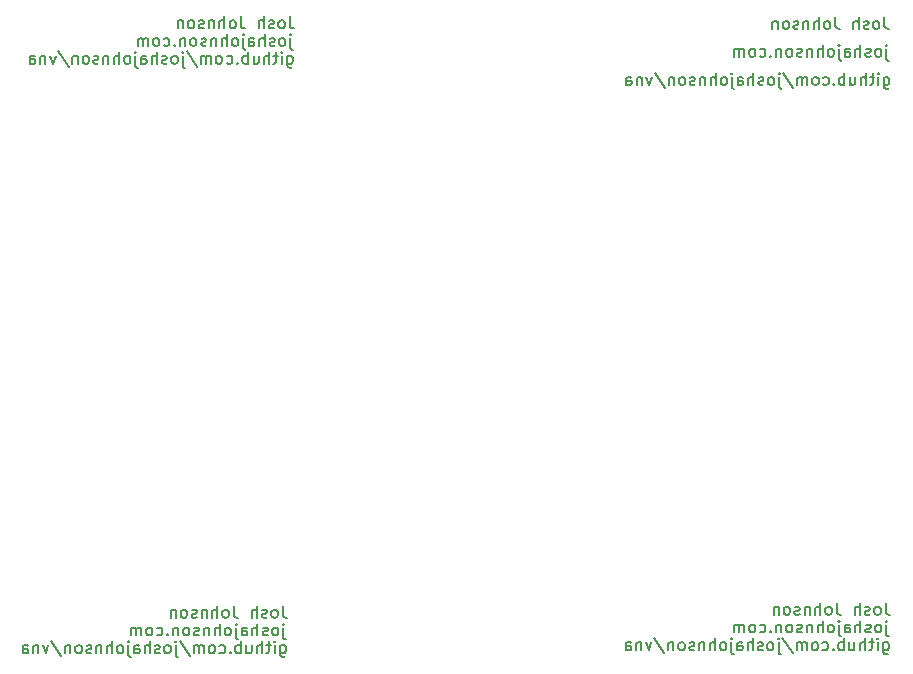
<source format=gbo>
%MOIN*%
%OFA0B0*%
%FSLAX46Y46*%
%IPPOS*%
%LPD*%
%ADD10C,0.005905511811023622*%
%ADD21C,0.005905511811023622*%
%ADD22C,0.005905511811023622*%
%ADD23C,0.005905511811023622*%
G01*
D10*
X0001483876Y0000217097D02*
X0001483876Y0000185226D01*
X0001485751Y0000181477D01*
X0001487626Y0000179602D01*
X0001491376Y0000177727D01*
X0001497000Y0000177727D01*
X0001500749Y0000179602D01*
X0001483876Y0000192725D02*
X0001487626Y0000190851D01*
X0001495125Y0000190851D01*
X0001498875Y0000192725D01*
X0001500749Y0000194600D01*
X0001502624Y0000198350D01*
X0001502624Y0000209598D01*
X0001500749Y0000213348D01*
X0001498875Y0000215223D01*
X0001495125Y0000217097D01*
X0001487626Y0000217097D01*
X0001483876Y0000215223D01*
X0001465129Y0000190851D02*
X0001465129Y0000217097D01*
X0001465129Y0000230221D02*
X0001467004Y0000228346D01*
X0001465129Y0000226471D01*
X0001463254Y0000228346D01*
X0001465129Y0000230221D01*
X0001465129Y0000226471D01*
X0001452005Y0000217097D02*
X0001437007Y0000217097D01*
X0001446381Y0000230221D02*
X0001446381Y0000196475D01*
X0001444506Y0000192725D01*
X0001440757Y0000190851D01*
X0001437007Y0000190851D01*
X0001423884Y0000190851D02*
X0001423884Y0000230221D01*
X0001407011Y0000190851D02*
X0001407011Y0000211473D01*
X0001408886Y0000215223D01*
X0001412635Y0000217097D01*
X0001418260Y0000217097D01*
X0001422009Y0000215223D01*
X0001423884Y0000213348D01*
X0001371391Y0000217097D02*
X0001371391Y0000190851D01*
X0001388263Y0000217097D02*
X0001388263Y0000196475D01*
X0001386389Y0000192725D01*
X0001382639Y0000190851D01*
X0001377015Y0000190851D01*
X0001373265Y0000192725D01*
X0001371391Y0000194600D01*
X0001352643Y0000190851D02*
X0001352643Y0000230221D01*
X0001352643Y0000215223D02*
X0001348893Y0000217097D01*
X0001341394Y0000217097D01*
X0001337645Y0000215223D01*
X0001335770Y0000213348D01*
X0001333895Y0000209598D01*
X0001333895Y0000198350D01*
X0001335770Y0000194600D01*
X0001337645Y0000192725D01*
X0001341394Y0000190851D01*
X0001348893Y0000190851D01*
X0001352643Y0000192725D01*
X0001317022Y0000194600D02*
X0001315148Y0000192725D01*
X0001317022Y0000190851D01*
X0001318897Y0000192725D01*
X0001317022Y0000194600D01*
X0001317022Y0000190851D01*
X0001281402Y0000192725D02*
X0001285151Y0000190851D01*
X0001292650Y0000190851D01*
X0001296400Y0000192725D01*
X0001298275Y0000194600D01*
X0001300149Y0000198350D01*
X0001300149Y0000209598D01*
X0001298275Y0000213348D01*
X0001296400Y0000215223D01*
X0001292650Y0000217097D01*
X0001285151Y0000217097D01*
X0001281402Y0000215223D01*
X0001258905Y0000190851D02*
X0001262654Y0000192725D01*
X0001264529Y0000194600D01*
X0001266404Y0000198350D01*
X0001266404Y0000209598D01*
X0001264529Y0000213348D01*
X0001262654Y0000215223D01*
X0001258905Y0000217097D01*
X0001253280Y0000217097D01*
X0001249531Y0000215223D01*
X0001247656Y0000213348D01*
X0001245781Y0000209598D01*
X0001245781Y0000198350D01*
X0001247656Y0000194600D01*
X0001249531Y0000192725D01*
X0001253280Y0000190851D01*
X0001258905Y0000190851D01*
X0001228908Y0000190851D02*
X0001228908Y0000217097D01*
X0001228908Y0000213348D02*
X0001227034Y0000215223D01*
X0001223284Y0000217097D01*
X0001217660Y0000217097D01*
X0001213910Y0000215223D01*
X0001212035Y0000211473D01*
X0001212035Y0000190851D01*
X0001212035Y0000211473D02*
X0001210161Y0000215223D01*
X0001206411Y0000217097D01*
X0001200787Y0000217097D01*
X0001197037Y0000215223D01*
X0001195163Y0000211473D01*
X0001195163Y0000190851D01*
X0001148293Y0000232096D02*
X0001182039Y0000181477D01*
X0001135170Y0000217097D02*
X0001135170Y0000183352D01*
X0001137045Y0000179602D01*
X0001140794Y0000177727D01*
X0001142669Y0000177727D01*
X0001135170Y0000230221D02*
X0001137045Y0000228346D01*
X0001135170Y0000226471D01*
X0001133295Y0000228346D01*
X0001135170Y0000230221D01*
X0001135170Y0000226471D01*
X0001110798Y0000190851D02*
X0001114548Y0000192725D01*
X0001116422Y0000194600D01*
X0001118297Y0000198350D01*
X0001118297Y0000209598D01*
X0001116422Y0000213348D01*
X0001114548Y0000215223D01*
X0001110798Y0000217097D01*
X0001105174Y0000217097D01*
X0001101424Y0000215223D01*
X0001099550Y0000213348D01*
X0001097675Y0000209598D01*
X0001097675Y0000198350D01*
X0001099550Y0000194600D01*
X0001101424Y0000192725D01*
X0001105174Y0000190851D01*
X0001110798Y0000190851D01*
X0001082677Y0000192725D02*
X0001078927Y0000190851D01*
X0001071428Y0000190851D01*
X0001067678Y0000192725D01*
X0001065804Y0000196475D01*
X0001065804Y0000198350D01*
X0001067678Y0000202099D01*
X0001071428Y0000203974D01*
X0001077052Y0000203974D01*
X0001080802Y0000205849D01*
X0001082677Y0000209598D01*
X0001082677Y0000211473D01*
X0001080802Y0000215223D01*
X0001077052Y0000217097D01*
X0001071428Y0000217097D01*
X0001067678Y0000215223D01*
X0001048931Y0000190851D02*
X0001048931Y0000230221D01*
X0001032058Y0000190851D02*
X0001032058Y0000211473D01*
X0001033933Y0000215223D01*
X0001037682Y0000217097D01*
X0001043307Y0000217097D01*
X0001047056Y0000215223D01*
X0001048931Y0000213348D01*
X0000996437Y0000190851D02*
X0000996437Y0000211473D01*
X0000998312Y0000215223D01*
X0001002062Y0000217097D01*
X0001009561Y0000217097D01*
X0001013310Y0000215223D01*
X0000996437Y0000192725D02*
X0001000187Y0000190851D01*
X0001009561Y0000190851D01*
X0001013310Y0000192725D01*
X0001015185Y0000196475D01*
X0001015185Y0000200224D01*
X0001013310Y0000203974D01*
X0001009561Y0000205849D01*
X0001000187Y0000205849D01*
X0000996437Y0000207724D01*
X0000977690Y0000217097D02*
X0000977690Y0000183352D01*
X0000979565Y0000179602D01*
X0000983314Y0000177727D01*
X0000985189Y0000177727D01*
X0000977690Y0000230221D02*
X0000979565Y0000228346D01*
X0000977690Y0000226471D01*
X0000975815Y0000228346D01*
X0000977690Y0000230221D01*
X0000977690Y0000226471D01*
X0000953318Y0000190851D02*
X0000957067Y0000192725D01*
X0000958942Y0000194600D01*
X0000960817Y0000198350D01*
X0000960817Y0000209598D01*
X0000958942Y0000213348D01*
X0000957067Y0000215223D01*
X0000953318Y0000217097D01*
X0000947693Y0000217097D01*
X0000943944Y0000215223D01*
X0000942069Y0000213348D01*
X0000940194Y0000209598D01*
X0000940194Y0000198350D01*
X0000942069Y0000194600D01*
X0000943944Y0000192725D01*
X0000947693Y0000190851D01*
X0000953318Y0000190851D01*
X0000923322Y0000190851D02*
X0000923322Y0000230221D01*
X0000906449Y0000190851D02*
X0000906449Y0000211473D01*
X0000908323Y0000215223D01*
X0000912073Y0000217097D01*
X0000917697Y0000217097D01*
X0000921447Y0000215223D01*
X0000923322Y0000213348D01*
X0000887701Y0000217097D02*
X0000887701Y0000190851D01*
X0000887701Y0000213348D02*
X0000885826Y0000215223D01*
X0000882077Y0000217097D01*
X0000876452Y0000217097D01*
X0000872703Y0000215223D01*
X0000870828Y0000211473D01*
X0000870828Y0000190851D01*
X0000853955Y0000192725D02*
X0000850206Y0000190851D01*
X0000842707Y0000190851D01*
X0000838957Y0000192725D01*
X0000837082Y0000196475D01*
X0000837082Y0000198350D01*
X0000838957Y0000202099D01*
X0000842707Y0000203974D01*
X0000848331Y0000203974D01*
X0000852080Y0000205849D01*
X0000853955Y0000209598D01*
X0000853955Y0000211473D01*
X0000852080Y0000215223D01*
X0000848331Y0000217097D01*
X0000842707Y0000217097D01*
X0000838957Y0000215223D01*
X0000814585Y0000190851D02*
X0000818335Y0000192725D01*
X0000820209Y0000194600D01*
X0000822084Y0000198350D01*
X0000822084Y0000209598D01*
X0000820209Y0000213348D01*
X0000818335Y0000215223D01*
X0000814585Y0000217097D01*
X0000808961Y0000217097D01*
X0000805211Y0000215223D01*
X0000803337Y0000213348D01*
X0000801462Y0000209598D01*
X0000801462Y0000198350D01*
X0000803337Y0000194600D01*
X0000805211Y0000192725D01*
X0000808961Y0000190851D01*
X0000814585Y0000190851D01*
X0000784589Y0000217097D02*
X0000784589Y0000190851D01*
X0000784589Y0000213348D02*
X0000782714Y0000215223D01*
X0000778965Y0000217097D01*
X0000773340Y0000217097D01*
X0000769591Y0000215223D01*
X0000767716Y0000211473D01*
X0000767716Y0000190851D01*
X0000720847Y0000232096D02*
X0000754593Y0000181477D01*
X0000711473Y0000217097D02*
X0000702099Y0000190851D01*
X0000692725Y0000217097D01*
X0000677727Y0000217097D02*
X0000677727Y0000190851D01*
X0000677727Y0000213348D02*
X0000675852Y0000215223D01*
X0000672103Y0000217097D01*
X0000666479Y0000217097D01*
X0000662729Y0000215223D01*
X0000660854Y0000211473D01*
X0000660854Y0000190851D01*
X0000625234Y0000190851D02*
X0000625234Y0000211473D01*
X0000627109Y0000215223D01*
X0000630858Y0000217097D01*
X0000638357Y0000217097D01*
X0000642107Y0000215223D01*
X0000625234Y0000192725D02*
X0000628983Y0000190851D01*
X0000638357Y0000190851D01*
X0000642107Y0000192725D01*
X0000643981Y0000196475D01*
X0000643981Y0000200224D01*
X0000642107Y0000203974D01*
X0000638357Y0000205849D01*
X0000628983Y0000205849D01*
X0000625234Y0000207724D01*
X0001494188Y0000276152D02*
X0001494188Y0000242407D01*
X0001496062Y0000238657D01*
X0001499812Y0000236782D01*
X0001501687Y0000236782D01*
X0001494188Y0000289276D02*
X0001496062Y0000287401D01*
X0001494188Y0000285526D01*
X0001492313Y0000287401D01*
X0001494188Y0000289276D01*
X0001494188Y0000285526D01*
X0001469816Y0000249906D02*
X0001473565Y0000251781D01*
X0001475440Y0000253655D01*
X0001477315Y0000257405D01*
X0001477315Y0000268653D01*
X0001475440Y0000272403D01*
X0001473565Y0000274278D01*
X0001469816Y0000276152D01*
X0001464191Y0000276152D01*
X0001460442Y0000274278D01*
X0001458567Y0000272403D01*
X0001456692Y0000268653D01*
X0001456692Y0000257405D01*
X0001458567Y0000253655D01*
X0001460442Y0000251781D01*
X0001464191Y0000249906D01*
X0001469816Y0000249906D01*
X0001441694Y0000251781D02*
X0001437945Y0000249906D01*
X0001430446Y0000249906D01*
X0001426696Y0000251781D01*
X0001424821Y0000255530D01*
X0001424821Y0000257405D01*
X0001426696Y0000261154D01*
X0001430446Y0000263029D01*
X0001436070Y0000263029D01*
X0001439819Y0000264904D01*
X0001441694Y0000268653D01*
X0001441694Y0000270528D01*
X0001439819Y0000274278D01*
X0001436070Y0000276152D01*
X0001430446Y0000276152D01*
X0001426696Y0000274278D01*
X0001407948Y0000249906D02*
X0001407948Y0000289276D01*
X0001391076Y0000249906D02*
X0001391076Y0000270528D01*
X0001392950Y0000274278D01*
X0001396700Y0000276152D01*
X0001402324Y0000276152D01*
X0001406074Y0000274278D01*
X0001407948Y0000272403D01*
X0001355455Y0000249906D02*
X0001355455Y0000270528D01*
X0001357330Y0000274278D01*
X0001361079Y0000276152D01*
X0001368578Y0000276152D01*
X0001372328Y0000274278D01*
X0001355455Y0000251781D02*
X0001359205Y0000249906D01*
X0001368578Y0000249906D01*
X0001372328Y0000251781D01*
X0001374203Y0000255530D01*
X0001374203Y0000259280D01*
X0001372328Y0000263029D01*
X0001368578Y0000264904D01*
X0001359205Y0000264904D01*
X0001355455Y0000266779D01*
X0001336707Y0000276152D02*
X0001336707Y0000242407D01*
X0001338582Y0000238657D01*
X0001342332Y0000236782D01*
X0001344206Y0000236782D01*
X0001336707Y0000289276D02*
X0001338582Y0000287401D01*
X0001336707Y0000285526D01*
X0001334833Y0000287401D01*
X0001336707Y0000289276D01*
X0001336707Y0000285526D01*
X0001312335Y0000249906D02*
X0001316085Y0000251781D01*
X0001317960Y0000253655D01*
X0001319835Y0000257405D01*
X0001319835Y0000268653D01*
X0001317960Y0000272403D01*
X0001316085Y0000274278D01*
X0001312335Y0000276152D01*
X0001306711Y0000276152D01*
X0001302962Y0000274278D01*
X0001301087Y0000272403D01*
X0001299212Y0000268653D01*
X0001299212Y0000257405D01*
X0001301087Y0000253655D01*
X0001302962Y0000251781D01*
X0001306711Y0000249906D01*
X0001312335Y0000249906D01*
X0001282339Y0000249906D02*
X0001282339Y0000289276D01*
X0001265466Y0000249906D02*
X0001265466Y0000270528D01*
X0001267341Y0000274278D01*
X0001271091Y0000276152D01*
X0001276715Y0000276152D01*
X0001280464Y0000274278D01*
X0001282339Y0000272403D01*
X0001246719Y0000276152D02*
X0001246719Y0000249906D01*
X0001246719Y0000272403D02*
X0001244844Y0000274278D01*
X0001241094Y0000276152D01*
X0001235470Y0000276152D01*
X0001231721Y0000274278D01*
X0001229846Y0000270528D01*
X0001229846Y0000249906D01*
X0001212973Y0000251781D02*
X0001209223Y0000249906D01*
X0001201724Y0000249906D01*
X0001197975Y0000251781D01*
X0001196100Y0000255530D01*
X0001196100Y0000257405D01*
X0001197975Y0000261154D01*
X0001201724Y0000263029D01*
X0001207349Y0000263029D01*
X0001211098Y0000264904D01*
X0001212973Y0000268653D01*
X0001212973Y0000270528D01*
X0001211098Y0000274278D01*
X0001207349Y0000276152D01*
X0001201724Y0000276152D01*
X0001197975Y0000274278D01*
X0001173603Y0000249906D02*
X0001177352Y0000251781D01*
X0001179227Y0000253655D01*
X0001181102Y0000257405D01*
X0001181102Y0000268653D01*
X0001179227Y0000272403D01*
X0001177352Y0000274278D01*
X0001173603Y0000276152D01*
X0001167978Y0000276152D01*
X0001164229Y0000274278D01*
X0001162354Y0000272403D01*
X0001160479Y0000268653D01*
X0001160479Y0000257405D01*
X0001162354Y0000253655D01*
X0001164229Y0000251781D01*
X0001167978Y0000249906D01*
X0001173603Y0000249906D01*
X0001143607Y0000276152D02*
X0001143607Y0000249906D01*
X0001143607Y0000272403D02*
X0001141732Y0000274278D01*
X0001137982Y0000276152D01*
X0001132358Y0000276152D01*
X0001128608Y0000274278D01*
X0001126734Y0000270528D01*
X0001126734Y0000249906D01*
X0001107986Y0000253655D02*
X0001106111Y0000251781D01*
X0001107986Y0000249906D01*
X0001109861Y0000251781D01*
X0001107986Y0000253655D01*
X0001107986Y0000249906D01*
X0001072365Y0000251781D02*
X0001076115Y0000249906D01*
X0001083614Y0000249906D01*
X0001087364Y0000251781D01*
X0001089238Y0000253655D01*
X0001091113Y0000257405D01*
X0001091113Y0000268653D01*
X0001089238Y0000272403D01*
X0001087364Y0000274278D01*
X0001083614Y0000276152D01*
X0001076115Y0000276152D01*
X0001072365Y0000274278D01*
X0001049868Y0000249906D02*
X0001053618Y0000251781D01*
X0001055493Y0000253655D01*
X0001057367Y0000257405D01*
X0001057367Y0000268653D01*
X0001055493Y0000272403D01*
X0001053618Y0000274278D01*
X0001049868Y0000276152D01*
X0001044244Y0000276152D01*
X0001040494Y0000274278D01*
X0001038620Y0000272403D01*
X0001036745Y0000268653D01*
X0001036745Y0000257405D01*
X0001038620Y0000253655D01*
X0001040494Y0000251781D01*
X0001044244Y0000249906D01*
X0001049868Y0000249906D01*
X0001019872Y0000249906D02*
X0001019872Y0000276152D01*
X0001019872Y0000272403D02*
X0001017997Y0000274278D01*
X0001014248Y0000276152D01*
X0001008623Y0000276152D01*
X0001004874Y0000274278D01*
X0001002999Y0000270528D01*
X0001002999Y0000249906D01*
X0001002999Y0000270528D02*
X0001001124Y0000274278D01*
X0000997375Y0000276152D01*
X0000991750Y0000276152D01*
X0000988001Y0000274278D01*
X0000986126Y0000270528D01*
X0000986126Y0000249906D01*
X0001491938Y0000348331D02*
X0001491938Y0000320210D01*
X0001493813Y0000314585D01*
X0001497562Y0000310836D01*
X0001503187Y0000308961D01*
X0001506936Y0000308961D01*
X0001467566Y0000308961D02*
X0001471316Y0000310836D01*
X0001473190Y0000312710D01*
X0001475065Y0000316460D01*
X0001475065Y0000327709D01*
X0001473190Y0000331458D01*
X0001471316Y0000333333D01*
X0001467566Y0000335208D01*
X0001461942Y0000335208D01*
X0001458192Y0000333333D01*
X0001456317Y0000331458D01*
X0001454443Y0000327709D01*
X0001454443Y0000316460D01*
X0001456317Y0000312710D01*
X0001458192Y0000310836D01*
X0001461942Y0000308961D01*
X0001467566Y0000308961D01*
X0001439445Y0000310836D02*
X0001435695Y0000308961D01*
X0001428196Y0000308961D01*
X0001424446Y0000310836D01*
X0001422572Y0000314585D01*
X0001422572Y0000316460D01*
X0001424446Y0000320210D01*
X0001428196Y0000322084D01*
X0001433820Y0000322084D01*
X0001437570Y0000323959D01*
X0001439445Y0000327709D01*
X0001439445Y0000329583D01*
X0001437570Y0000333333D01*
X0001433820Y0000335208D01*
X0001428196Y0000335208D01*
X0001424446Y0000333333D01*
X0001405699Y0000308961D02*
X0001405699Y0000348331D01*
X0001388826Y0000308961D02*
X0001388826Y0000329583D01*
X0001390701Y0000333333D01*
X0001394450Y0000335208D01*
X0001400074Y0000335208D01*
X0001403824Y0000333333D01*
X0001405699Y0000331458D01*
X0001328833Y0000348331D02*
X0001328833Y0000320210D01*
X0001330708Y0000314585D01*
X0001334458Y0000310836D01*
X0001340082Y0000308961D01*
X0001343831Y0000308961D01*
X0001304461Y0000308961D02*
X0001308211Y0000310836D01*
X0001310086Y0000312710D01*
X0001311960Y0000316460D01*
X0001311960Y0000327709D01*
X0001310086Y0000331458D01*
X0001308211Y0000333333D01*
X0001304461Y0000335208D01*
X0001298837Y0000335208D01*
X0001295088Y0000333333D01*
X0001293213Y0000331458D01*
X0001291338Y0000327709D01*
X0001291338Y0000316460D01*
X0001293213Y0000312710D01*
X0001295088Y0000310836D01*
X0001298837Y0000308961D01*
X0001304461Y0000308961D01*
X0001274465Y0000308961D02*
X0001274465Y0000348331D01*
X0001257592Y0000308961D02*
X0001257592Y0000329583D01*
X0001259467Y0000333333D01*
X0001263217Y0000335208D01*
X0001268841Y0000335208D01*
X0001272590Y0000333333D01*
X0001274465Y0000331458D01*
X0001238845Y0000335208D02*
X0001238845Y0000308961D01*
X0001238845Y0000331458D02*
X0001236970Y0000333333D01*
X0001233220Y0000335208D01*
X0001227596Y0000335208D01*
X0001223846Y0000333333D01*
X0001221972Y0000329583D01*
X0001221972Y0000308961D01*
X0001205099Y0000310836D02*
X0001201349Y0000308961D01*
X0001193850Y0000308961D01*
X0001190101Y0000310836D01*
X0001188226Y0000314585D01*
X0001188226Y0000316460D01*
X0001190101Y0000320210D01*
X0001193850Y0000322084D01*
X0001199475Y0000322084D01*
X0001203224Y0000323959D01*
X0001205099Y0000327709D01*
X0001205099Y0000329583D01*
X0001203224Y0000333333D01*
X0001199475Y0000335208D01*
X0001193850Y0000335208D01*
X0001190101Y0000333333D01*
X0001165729Y0000308961D02*
X0001169478Y0000310836D01*
X0001171353Y0000312710D01*
X0001173228Y0000316460D01*
X0001173228Y0000327709D01*
X0001171353Y0000331458D01*
X0001169478Y0000333333D01*
X0001165729Y0000335208D01*
X0001160104Y0000335208D01*
X0001156355Y0000333333D01*
X0001154480Y0000331458D01*
X0001152605Y0000327709D01*
X0001152605Y0000316460D01*
X0001154480Y0000312710D01*
X0001156355Y0000310836D01*
X0001160104Y0000308961D01*
X0001165729Y0000308961D01*
X0001135733Y0000335208D02*
X0001135733Y0000308961D01*
X0001135733Y0000331458D02*
X0001133858Y0000333333D01*
X0001130108Y0000335208D01*
X0001124484Y0000335208D01*
X0001120734Y0000333333D01*
X0001118860Y0000329583D01*
X0001118860Y0000308961D01*
G04 next file*
G04 #@! TF.GenerationSoftware,KiCad,Pcbnew,(5.0.2)-1*
G04 #@! TF.CreationDate,2019-01-19T11:17:49+11:00*
G04 #@! TF.ProjectId,Filter_Bank_Dev_Rev_0,46696c74-6572-45f4-9261-6e6b5f446576,0*
G04 #@! TF.SameCoordinates,Original*
G04 #@! TF.FileFunction,Legend,Bot*
G04 #@! TF.FilePolarity,Positive*
G04 Gerber Fmt 4.6, Leading zero omitted, Abs format (unit mm)*
G04 Created by KiCad (PCBNEW (5.0.2)-1) date 19/01/2019 11:17:49*
G01*
G04 APERTURE LIST*
G04 APERTURE END LIST*
G04 #@! TO.C,REF\002A\002A*
D21*
X0003493719Y0000226940D02*
X0003493719Y0000195069D01*
X0003495594Y0000191319D01*
X0003497469Y0000189445D01*
X0003501218Y0000187570D01*
X0003506842Y0000187570D01*
X0003510592Y0000189445D01*
X0003493719Y0000202568D02*
X0003497469Y0000200693D01*
X0003504968Y0000200693D01*
X0003508717Y0000202568D01*
X0003510592Y0000204443D01*
X0003512467Y0000208192D01*
X0003512467Y0000219441D01*
X0003510592Y0000223190D01*
X0003508717Y0000225065D01*
X0003504968Y0000226940D01*
X0003497469Y0000226940D01*
X0003493719Y0000225065D01*
X0003474971Y0000200693D02*
X0003474971Y0000226940D01*
X0003474971Y0000240063D02*
X0003476846Y0000238188D01*
X0003474971Y0000236314D01*
X0003473097Y0000238188D01*
X0003474971Y0000240063D01*
X0003474971Y0000236314D01*
X0003461848Y0000226940D02*
X0003446850Y0000226940D01*
X0003456224Y0000240063D02*
X0003456224Y0000206317D01*
X0003454349Y0000202568D01*
X0003450599Y0000200693D01*
X0003446850Y0000200693D01*
X0003433727Y0000200693D02*
X0003433727Y0000240063D01*
X0003416854Y0000200693D02*
X0003416854Y0000221316D01*
X0003418728Y0000225065D01*
X0003422478Y0000226940D01*
X0003428102Y0000226940D01*
X0003431852Y0000225065D01*
X0003433727Y0000223190D01*
X0003381233Y0000226940D02*
X0003381233Y0000200693D01*
X0003398106Y0000226940D02*
X0003398106Y0000206317D01*
X0003396231Y0000202568D01*
X0003392482Y0000200693D01*
X0003386857Y0000200693D01*
X0003383108Y0000202568D01*
X0003381233Y0000204443D01*
X0003362485Y0000200693D02*
X0003362485Y0000240063D01*
X0003362485Y0000225065D02*
X0003358736Y0000226940D01*
X0003351237Y0000226940D01*
X0003347487Y0000225065D01*
X0003345613Y0000223190D01*
X0003343738Y0000219441D01*
X0003343738Y0000208192D01*
X0003345613Y0000204443D01*
X0003347487Y0000202568D01*
X0003351237Y0000200693D01*
X0003358736Y0000200693D01*
X0003362485Y0000202568D01*
X0003326865Y0000204443D02*
X0003324990Y0000202568D01*
X0003326865Y0000200693D01*
X0003328740Y0000202568D01*
X0003326865Y0000204443D01*
X0003326865Y0000200693D01*
X0003291244Y0000202568D02*
X0003294994Y0000200693D01*
X0003302493Y0000200693D01*
X0003306242Y0000202568D01*
X0003308117Y0000204443D01*
X0003309992Y0000208192D01*
X0003309992Y0000219441D01*
X0003308117Y0000223190D01*
X0003306242Y0000225065D01*
X0003302493Y0000226940D01*
X0003294994Y0000226940D01*
X0003291244Y0000225065D01*
X0003268747Y0000200693D02*
X0003272497Y0000202568D01*
X0003274371Y0000204443D01*
X0003276246Y0000208192D01*
X0003276246Y0000219441D01*
X0003274371Y0000223190D01*
X0003272497Y0000225065D01*
X0003268747Y0000226940D01*
X0003263123Y0000226940D01*
X0003259373Y0000225065D01*
X0003257499Y0000223190D01*
X0003255624Y0000219441D01*
X0003255624Y0000208192D01*
X0003257499Y0000204443D01*
X0003259373Y0000202568D01*
X0003263123Y0000200693D01*
X0003268747Y0000200693D01*
X0003238751Y0000200693D02*
X0003238751Y0000226940D01*
X0003238751Y0000223190D02*
X0003236876Y0000225065D01*
X0003233127Y0000226940D01*
X0003227502Y0000226940D01*
X0003223753Y0000225065D01*
X0003221878Y0000221316D01*
X0003221878Y0000200693D01*
X0003221878Y0000221316D02*
X0003220003Y0000225065D01*
X0003216254Y0000226940D01*
X0003210629Y0000226940D01*
X0003206880Y0000225065D01*
X0003205005Y0000221316D01*
X0003205005Y0000200693D01*
X0003158136Y0000241938D02*
X0003191882Y0000191319D01*
X0003145013Y0000226940D02*
X0003145013Y0000193194D01*
X0003146887Y0000189445D01*
X0003150637Y0000187570D01*
X0003152512Y0000187570D01*
X0003145013Y0000240063D02*
X0003146887Y0000238188D01*
X0003145013Y0000236314D01*
X0003143138Y0000238188D01*
X0003145013Y0000240063D01*
X0003145013Y0000236314D01*
X0003120641Y0000200693D02*
X0003124390Y0000202568D01*
X0003126265Y0000204443D01*
X0003128140Y0000208192D01*
X0003128140Y0000219441D01*
X0003126265Y0000223190D01*
X0003124390Y0000225065D01*
X0003120641Y0000226940D01*
X0003115016Y0000226940D01*
X0003111267Y0000225065D01*
X0003109392Y0000223190D01*
X0003107517Y0000219441D01*
X0003107517Y0000208192D01*
X0003109392Y0000204443D01*
X0003111267Y0000202568D01*
X0003115016Y0000200693D01*
X0003120641Y0000200693D01*
X0003092519Y0000202568D02*
X0003088770Y0000200693D01*
X0003081271Y0000200693D01*
X0003077521Y0000202568D01*
X0003075646Y0000206317D01*
X0003075646Y0000208192D01*
X0003077521Y0000211942D01*
X0003081271Y0000213817D01*
X0003086895Y0000213817D01*
X0003090644Y0000215691D01*
X0003092519Y0000219441D01*
X0003092519Y0000221316D01*
X0003090644Y0000225065D01*
X0003086895Y0000226940D01*
X0003081271Y0000226940D01*
X0003077521Y0000225065D01*
X0003058773Y0000200693D02*
X0003058773Y0000240063D01*
X0003041901Y0000200693D02*
X0003041901Y0000221316D01*
X0003043775Y0000225065D01*
X0003047525Y0000226940D01*
X0003053149Y0000226940D01*
X0003056899Y0000225065D01*
X0003058773Y0000223190D01*
X0003006280Y0000200693D02*
X0003006280Y0000221316D01*
X0003008155Y0000225065D01*
X0003011904Y0000226940D01*
X0003019403Y0000226940D01*
X0003023153Y0000225065D01*
X0003006280Y0000202568D02*
X0003010030Y0000200693D01*
X0003019403Y0000200693D01*
X0003023153Y0000202568D01*
X0003025028Y0000206317D01*
X0003025028Y0000210067D01*
X0003023153Y0000213817D01*
X0003019403Y0000215691D01*
X0003010030Y0000215691D01*
X0003006280Y0000217566D01*
X0002987532Y0000226940D02*
X0002987532Y0000193194D01*
X0002989407Y0000189445D01*
X0002993157Y0000187570D01*
X0002995031Y0000187570D01*
X0002987532Y0000240063D02*
X0002989407Y0000238188D01*
X0002987532Y0000236314D01*
X0002985658Y0000238188D01*
X0002987532Y0000240063D01*
X0002987532Y0000236314D01*
X0002963160Y0000200693D02*
X0002966910Y0000202568D01*
X0002968785Y0000204443D01*
X0002970659Y0000208192D01*
X0002970659Y0000219441D01*
X0002968785Y0000223190D01*
X0002966910Y0000225065D01*
X0002963160Y0000226940D01*
X0002957536Y0000226940D01*
X0002953787Y0000225065D01*
X0002951912Y0000223190D01*
X0002950037Y0000219441D01*
X0002950037Y0000208192D01*
X0002951912Y0000204443D01*
X0002953787Y0000202568D01*
X0002957536Y0000200693D01*
X0002963160Y0000200693D01*
X0002933164Y0000200693D02*
X0002933164Y0000240063D01*
X0002916291Y0000200693D02*
X0002916291Y0000221316D01*
X0002918166Y0000225065D01*
X0002921916Y0000226940D01*
X0002927540Y0000226940D01*
X0002931289Y0000225065D01*
X0002933164Y0000223190D01*
X0002897544Y0000226940D02*
X0002897544Y0000200693D01*
X0002897544Y0000223190D02*
X0002895669Y0000225065D01*
X0002891919Y0000226940D01*
X0002886295Y0000226940D01*
X0002882545Y0000225065D01*
X0002880671Y0000221316D01*
X0002880671Y0000200693D01*
X0002863798Y0000202568D02*
X0002860048Y0000200693D01*
X0002852549Y0000200693D01*
X0002848800Y0000202568D01*
X0002846925Y0000206317D01*
X0002846925Y0000208192D01*
X0002848800Y0000211942D01*
X0002852549Y0000213817D01*
X0002858174Y0000213817D01*
X0002861923Y0000215691D01*
X0002863798Y0000219441D01*
X0002863798Y0000221316D01*
X0002861923Y0000225065D01*
X0002858174Y0000226940D01*
X0002852549Y0000226940D01*
X0002848800Y0000225065D01*
X0002824428Y0000200693D02*
X0002828177Y0000202568D01*
X0002830052Y0000204443D01*
X0002831927Y0000208192D01*
X0002831927Y0000219441D01*
X0002830052Y0000223190D01*
X0002828177Y0000225065D01*
X0002824428Y0000226940D01*
X0002818803Y0000226940D01*
X0002815054Y0000225065D01*
X0002813179Y0000223190D01*
X0002811304Y0000219441D01*
X0002811304Y0000208192D01*
X0002813179Y0000204443D01*
X0002815054Y0000202568D01*
X0002818803Y0000200693D01*
X0002824428Y0000200693D01*
X0002794431Y0000226940D02*
X0002794431Y0000200693D01*
X0002794431Y0000223190D02*
X0002792557Y0000225065D01*
X0002788807Y0000226940D01*
X0002783183Y0000226940D01*
X0002779433Y0000225065D01*
X0002777559Y0000221316D01*
X0002777559Y0000200693D01*
X0002730689Y0000241938D02*
X0002764435Y0000191319D01*
X0002721316Y0000226940D02*
X0002711942Y0000200693D01*
X0002702568Y0000226940D01*
X0002687570Y0000226940D02*
X0002687570Y0000200693D01*
X0002687570Y0000223190D02*
X0002685695Y0000225065D01*
X0002681946Y0000226940D01*
X0002676321Y0000226940D01*
X0002672572Y0000225065D01*
X0002670697Y0000221316D01*
X0002670697Y0000200693D01*
X0002635076Y0000200693D02*
X0002635076Y0000221316D01*
X0002636951Y0000225065D01*
X0002640701Y0000226940D01*
X0002648200Y0000226940D01*
X0002651949Y0000225065D01*
X0002635076Y0000202568D02*
X0002638826Y0000200693D01*
X0002648200Y0000200693D01*
X0002651949Y0000202568D01*
X0002653824Y0000206317D01*
X0002653824Y0000210067D01*
X0002651949Y0000213817D01*
X0002648200Y0000215691D01*
X0002638826Y0000215691D01*
X0002635076Y0000217566D01*
X0003504030Y0000285995D02*
X0003504030Y0000252249D01*
X0003505905Y0000248500D01*
X0003509655Y0000246625D01*
X0003511529Y0000246625D01*
X0003504030Y0000299118D02*
X0003505905Y0000297244D01*
X0003504030Y0000295369D01*
X0003502155Y0000297244D01*
X0003504030Y0000299118D01*
X0003504030Y0000295369D01*
X0003479658Y0000259748D02*
X0003483408Y0000261623D01*
X0003485283Y0000263498D01*
X0003487157Y0000267247D01*
X0003487157Y0000278496D01*
X0003485283Y0000282245D01*
X0003483408Y0000284120D01*
X0003479658Y0000285995D01*
X0003474034Y0000285995D01*
X0003470285Y0000284120D01*
X0003468410Y0000282245D01*
X0003466535Y0000278496D01*
X0003466535Y0000267247D01*
X0003468410Y0000263498D01*
X0003470285Y0000261623D01*
X0003474034Y0000259748D01*
X0003479658Y0000259748D01*
X0003451537Y0000261623D02*
X0003447787Y0000259748D01*
X0003440288Y0000259748D01*
X0003436539Y0000261623D01*
X0003434664Y0000265373D01*
X0003434664Y0000267247D01*
X0003436539Y0000270997D01*
X0003440288Y0000272872D01*
X0003445913Y0000272872D01*
X0003449662Y0000274746D01*
X0003451537Y0000278496D01*
X0003451537Y0000280371D01*
X0003449662Y0000284120D01*
X0003445913Y0000285995D01*
X0003440288Y0000285995D01*
X0003436539Y0000284120D01*
X0003417791Y0000259748D02*
X0003417791Y0000299118D01*
X0003400918Y0000259748D02*
X0003400918Y0000280371D01*
X0003402793Y0000284120D01*
X0003406542Y0000285995D01*
X0003412167Y0000285995D01*
X0003415916Y0000284120D01*
X0003417791Y0000282245D01*
X0003365298Y0000259748D02*
X0003365298Y0000280371D01*
X0003367172Y0000284120D01*
X0003370922Y0000285995D01*
X0003378421Y0000285995D01*
X0003382170Y0000284120D01*
X0003365298Y0000261623D02*
X0003369047Y0000259748D01*
X0003378421Y0000259748D01*
X0003382170Y0000261623D01*
X0003384045Y0000265373D01*
X0003384045Y0000269122D01*
X0003382170Y0000272872D01*
X0003378421Y0000274746D01*
X0003369047Y0000274746D01*
X0003365298Y0000276621D01*
X0003346550Y0000285995D02*
X0003346550Y0000252249D01*
X0003348425Y0000248500D01*
X0003352174Y0000246625D01*
X0003354049Y0000246625D01*
X0003346550Y0000299118D02*
X0003348425Y0000297244D01*
X0003346550Y0000295369D01*
X0003344675Y0000297244D01*
X0003346550Y0000299118D01*
X0003346550Y0000295369D01*
X0003322178Y0000259748D02*
X0003325928Y0000261623D01*
X0003327802Y0000263498D01*
X0003329677Y0000267247D01*
X0003329677Y0000278496D01*
X0003327802Y0000282245D01*
X0003325928Y0000284120D01*
X0003322178Y0000285995D01*
X0003316554Y0000285995D01*
X0003312804Y0000284120D01*
X0003310929Y0000282245D01*
X0003309055Y0000278496D01*
X0003309055Y0000267247D01*
X0003310929Y0000263498D01*
X0003312804Y0000261623D01*
X0003316554Y0000259748D01*
X0003322178Y0000259748D01*
X0003292182Y0000259748D02*
X0003292182Y0000299118D01*
X0003275309Y0000259748D02*
X0003275309Y0000280371D01*
X0003277184Y0000284120D01*
X0003280933Y0000285995D01*
X0003286557Y0000285995D01*
X0003290307Y0000284120D01*
X0003292182Y0000282245D01*
X0003256561Y0000285995D02*
X0003256561Y0000259748D01*
X0003256561Y0000282245D02*
X0003254686Y0000284120D01*
X0003250937Y0000285995D01*
X0003245313Y0000285995D01*
X0003241563Y0000284120D01*
X0003239688Y0000280371D01*
X0003239688Y0000259748D01*
X0003222815Y0000261623D02*
X0003219066Y0000259748D01*
X0003211567Y0000259748D01*
X0003207817Y0000261623D01*
X0003205943Y0000265373D01*
X0003205943Y0000267247D01*
X0003207817Y0000270997D01*
X0003211567Y0000272872D01*
X0003217191Y0000272872D01*
X0003220941Y0000274746D01*
X0003222815Y0000278496D01*
X0003222815Y0000280371D01*
X0003220941Y0000284120D01*
X0003217191Y0000285995D01*
X0003211567Y0000285995D01*
X0003207817Y0000284120D01*
X0003183445Y0000259748D02*
X0003187195Y0000261623D01*
X0003189070Y0000263498D01*
X0003190944Y0000267247D01*
X0003190944Y0000278496D01*
X0003189070Y0000282245D01*
X0003187195Y0000284120D01*
X0003183445Y0000285995D01*
X0003177821Y0000285995D01*
X0003174072Y0000284120D01*
X0003172197Y0000282245D01*
X0003170322Y0000278496D01*
X0003170322Y0000267247D01*
X0003172197Y0000263498D01*
X0003174072Y0000261623D01*
X0003177821Y0000259748D01*
X0003183445Y0000259748D01*
X0003153449Y0000285995D02*
X0003153449Y0000259748D01*
X0003153449Y0000282245D02*
X0003151574Y0000284120D01*
X0003147825Y0000285995D01*
X0003142200Y0000285995D01*
X0003138451Y0000284120D01*
X0003136576Y0000280371D01*
X0003136576Y0000259748D01*
X0003117829Y0000263498D02*
X0003115954Y0000261623D01*
X0003117829Y0000259748D01*
X0003119703Y0000261623D01*
X0003117829Y0000263498D01*
X0003117829Y0000259748D01*
X0003082208Y0000261623D02*
X0003085958Y0000259748D01*
X0003093457Y0000259748D01*
X0003097206Y0000261623D01*
X0003099081Y0000263498D01*
X0003100956Y0000267247D01*
X0003100956Y0000278496D01*
X0003099081Y0000282245D01*
X0003097206Y0000284120D01*
X0003093457Y0000285995D01*
X0003085958Y0000285995D01*
X0003082208Y0000284120D01*
X0003059711Y0000259748D02*
X0003063460Y0000261623D01*
X0003065335Y0000263498D01*
X0003067210Y0000267247D01*
X0003067210Y0000278496D01*
X0003065335Y0000282245D01*
X0003063460Y0000284120D01*
X0003059711Y0000285995D01*
X0003054087Y0000285995D01*
X0003050337Y0000284120D01*
X0003048462Y0000282245D01*
X0003046587Y0000278496D01*
X0003046587Y0000267247D01*
X0003048462Y0000263498D01*
X0003050337Y0000261623D01*
X0003054087Y0000259748D01*
X0003059711Y0000259748D01*
X0003029715Y0000259748D02*
X0003029715Y0000285995D01*
X0003029715Y0000282245D02*
X0003027840Y0000284120D01*
X0003024090Y0000285995D01*
X0003018466Y0000285995D01*
X0003014716Y0000284120D01*
X0003012842Y0000280371D01*
X0003012842Y0000259748D01*
X0003012842Y0000280371D02*
X0003010967Y0000284120D01*
X0003007217Y0000285995D01*
X0003001593Y0000285995D01*
X0002997844Y0000284120D01*
X0002995969Y0000280371D01*
X0002995969Y0000259748D01*
X0003501781Y0000358174D02*
X0003501781Y0000330052D01*
X0003503655Y0000324428D01*
X0003507405Y0000320678D01*
X0003513029Y0000318803D01*
X0003516779Y0000318803D01*
X0003477409Y0000318803D02*
X0003481158Y0000320678D01*
X0003483033Y0000322553D01*
X0003484908Y0000326302D01*
X0003484908Y0000337551D01*
X0003483033Y0000341301D01*
X0003481158Y0000343175D01*
X0003477409Y0000345050D01*
X0003471784Y0000345050D01*
X0003468035Y0000343175D01*
X0003466160Y0000341301D01*
X0003464285Y0000337551D01*
X0003464285Y0000326302D01*
X0003466160Y0000322553D01*
X0003468035Y0000320678D01*
X0003471784Y0000318803D01*
X0003477409Y0000318803D01*
X0003449287Y0000320678D02*
X0003445538Y0000318803D01*
X0003438039Y0000318803D01*
X0003434289Y0000320678D01*
X0003432414Y0000324428D01*
X0003432414Y0000326302D01*
X0003434289Y0000330052D01*
X0003438039Y0000331927D01*
X0003443663Y0000331927D01*
X0003447412Y0000333802D01*
X0003449287Y0000337551D01*
X0003449287Y0000339426D01*
X0003447412Y0000343175D01*
X0003443663Y0000345050D01*
X0003438039Y0000345050D01*
X0003434289Y0000343175D01*
X0003415541Y0000318803D02*
X0003415541Y0000358174D01*
X0003398668Y0000318803D02*
X0003398668Y0000339426D01*
X0003400543Y0000343175D01*
X0003404293Y0000345050D01*
X0003409917Y0000345050D01*
X0003413667Y0000343175D01*
X0003415541Y0000341301D01*
X0003338676Y0000358174D02*
X0003338676Y0000330052D01*
X0003340551Y0000324428D01*
X0003344300Y0000320678D01*
X0003349925Y0000318803D01*
X0003353674Y0000318803D01*
X0003314304Y0000318803D02*
X0003318054Y0000320678D01*
X0003319928Y0000322553D01*
X0003321803Y0000326302D01*
X0003321803Y0000337551D01*
X0003319928Y0000341301D01*
X0003318054Y0000343175D01*
X0003314304Y0000345050D01*
X0003308680Y0000345050D01*
X0003304930Y0000343175D01*
X0003303055Y0000341301D01*
X0003301181Y0000337551D01*
X0003301181Y0000326302D01*
X0003303055Y0000322553D01*
X0003304930Y0000320678D01*
X0003308680Y0000318803D01*
X0003314304Y0000318803D01*
X0003284308Y0000318803D02*
X0003284308Y0000358174D01*
X0003267435Y0000318803D02*
X0003267435Y0000339426D01*
X0003269310Y0000343175D01*
X0003273059Y0000345050D01*
X0003278683Y0000345050D01*
X0003282433Y0000343175D01*
X0003284308Y0000341301D01*
X0003248687Y0000345050D02*
X0003248687Y0000318803D01*
X0003248687Y0000341301D02*
X0003246812Y0000343175D01*
X0003243063Y0000345050D01*
X0003237439Y0000345050D01*
X0003233689Y0000343175D01*
X0003231814Y0000339426D01*
X0003231814Y0000318803D01*
X0003214941Y0000320678D02*
X0003211192Y0000318803D01*
X0003203693Y0000318803D01*
X0003199943Y0000320678D01*
X0003198069Y0000324428D01*
X0003198069Y0000326302D01*
X0003199943Y0000330052D01*
X0003203693Y0000331927D01*
X0003209317Y0000331927D01*
X0003213067Y0000333802D01*
X0003214941Y0000337551D01*
X0003214941Y0000339426D01*
X0003213067Y0000343175D01*
X0003209317Y0000345050D01*
X0003203693Y0000345050D01*
X0003199943Y0000343175D01*
X0003175571Y0000318803D02*
X0003179321Y0000320678D01*
X0003181196Y0000322553D01*
X0003183070Y0000326302D01*
X0003183070Y0000337551D01*
X0003181196Y0000341301D01*
X0003179321Y0000343175D01*
X0003175571Y0000345050D01*
X0003169947Y0000345050D01*
X0003166197Y0000343175D01*
X0003164323Y0000341301D01*
X0003162448Y0000337551D01*
X0003162448Y0000326302D01*
X0003164323Y0000322553D01*
X0003166197Y0000320678D01*
X0003169947Y0000318803D01*
X0003175571Y0000318803D01*
X0003145575Y0000345050D02*
X0003145575Y0000318803D01*
X0003145575Y0000341301D02*
X0003143700Y0000343175D01*
X0003139951Y0000345050D01*
X0003134326Y0000345050D01*
X0003130577Y0000343175D01*
X0003128702Y0000339426D01*
X0003128702Y0000318803D01*
G04 #@! TD*
G04 next file*
G04 #@! TF.GenerationSoftware,KiCad,Pcbnew,(5.0.2)-1*
G04 #@! TF.CreationDate,2019-01-19T12:29:50+11:00*
G04 #@! TF.ProjectId,Gain_Block_Dev_Rev_0,4761696e-5f42-46c6-9f63-6b5f4465765f,rev?*
G04 #@! TF.SameCoordinates,Original*
G04 #@! TF.FileFunction,Legend,Bot*
G04 #@! TF.FilePolarity,Positive*
G04 Gerber Fmt 4.6, Leading zero omitted, Abs format (unit mm)*
G04 Created by KiCad (PCBNEW (5.0.2)-1) date 19/01/2019 12:29:50*
G01*
G04 APERTURE LIST*
G04 APERTURE END LIST*
G04 #@! TO.C,REF\002A\002A*
D22*
X0001507499Y0002181664D02*
X0001507499Y0002149793D01*
X0001509373Y0002146043D01*
X0001511248Y0002144169D01*
X0001514998Y0002142294D01*
X0001520622Y0002142294D01*
X0001524371Y0002144169D01*
X0001507499Y0002157292D02*
X0001511248Y0002155417D01*
X0001518747Y0002155417D01*
X0001522497Y0002157292D01*
X0001524371Y0002159167D01*
X0001526246Y0002162916D01*
X0001526246Y0002174165D01*
X0001524371Y0002177915D01*
X0001522497Y0002179789D01*
X0001518747Y0002181664D01*
X0001511248Y0002181664D01*
X0001507499Y0002179789D01*
X0001488751Y0002155417D02*
X0001488751Y0002181664D01*
X0001488751Y0002194787D02*
X0001490626Y0002192913D01*
X0001488751Y0002191038D01*
X0001486876Y0002192913D01*
X0001488751Y0002194787D01*
X0001488751Y0002191038D01*
X0001475628Y0002181664D02*
X0001460629Y0002181664D01*
X0001470003Y0002194787D02*
X0001470003Y0002161042D01*
X0001468128Y0002157292D01*
X0001464379Y0002155417D01*
X0001460629Y0002155417D01*
X0001447506Y0002155417D02*
X0001447506Y0002194787D01*
X0001430633Y0002155417D02*
X0001430633Y0002176040D01*
X0001432508Y0002179789D01*
X0001436257Y0002181664D01*
X0001441882Y0002181664D01*
X0001445631Y0002179789D01*
X0001447506Y0002177915D01*
X0001395013Y0002181664D02*
X0001395013Y0002155417D01*
X0001411885Y0002181664D02*
X0001411885Y0002161042D01*
X0001410011Y0002157292D01*
X0001406261Y0002155417D01*
X0001400637Y0002155417D01*
X0001396887Y0002157292D01*
X0001395013Y0002159167D01*
X0001376265Y0002155417D02*
X0001376265Y0002194787D01*
X0001376265Y0002179789D02*
X0001372515Y0002181664D01*
X0001365016Y0002181664D01*
X0001361267Y0002179789D01*
X0001359392Y0002177915D01*
X0001357517Y0002174165D01*
X0001357517Y0002162916D01*
X0001359392Y0002159167D01*
X0001361267Y0002157292D01*
X0001365016Y0002155417D01*
X0001372515Y0002155417D01*
X0001376265Y0002157292D01*
X0001340644Y0002159167D02*
X0001338770Y0002157292D01*
X0001340644Y0002155417D01*
X0001342519Y0002157292D01*
X0001340644Y0002159167D01*
X0001340644Y0002155417D01*
X0001305024Y0002157292D02*
X0001308773Y0002155417D01*
X0001316272Y0002155417D01*
X0001320022Y0002157292D01*
X0001321897Y0002159167D01*
X0001323771Y0002162916D01*
X0001323771Y0002174165D01*
X0001321897Y0002177915D01*
X0001320022Y0002179789D01*
X0001316272Y0002181664D01*
X0001308773Y0002181664D01*
X0001305024Y0002179789D01*
X0001282527Y0002155417D02*
X0001286276Y0002157292D01*
X0001288151Y0002159167D01*
X0001290026Y0002162916D01*
X0001290026Y0002174165D01*
X0001288151Y0002177915D01*
X0001286276Y0002179789D01*
X0001282527Y0002181664D01*
X0001276902Y0002181664D01*
X0001273153Y0002179789D01*
X0001271278Y0002177915D01*
X0001269403Y0002174165D01*
X0001269403Y0002162916D01*
X0001271278Y0002159167D01*
X0001273153Y0002157292D01*
X0001276902Y0002155417D01*
X0001282527Y0002155417D01*
X0001252530Y0002155417D02*
X0001252530Y0002181664D01*
X0001252530Y0002177915D02*
X0001250656Y0002179789D01*
X0001246906Y0002181664D01*
X0001241282Y0002181664D01*
X0001237532Y0002179789D01*
X0001235658Y0002176040D01*
X0001235658Y0002155417D01*
X0001235658Y0002176040D02*
X0001233783Y0002179789D01*
X0001230033Y0002181664D01*
X0001224409Y0002181664D01*
X0001220659Y0002179789D01*
X0001218785Y0002176040D01*
X0001218785Y0002155417D01*
X0001171915Y0002196662D02*
X0001205661Y0002146043D01*
X0001158792Y0002181664D02*
X0001158792Y0002147918D01*
X0001160667Y0002144169D01*
X0001164416Y0002142294D01*
X0001166291Y0002142294D01*
X0001158792Y0002194787D02*
X0001160667Y0002192913D01*
X0001158792Y0002191038D01*
X0001156917Y0002192913D01*
X0001158792Y0002194787D01*
X0001158792Y0002191038D01*
X0001134420Y0002155417D02*
X0001138170Y0002157292D01*
X0001140044Y0002159167D01*
X0001141919Y0002162916D01*
X0001141919Y0002174165D01*
X0001140044Y0002177915D01*
X0001138170Y0002179789D01*
X0001134420Y0002181664D01*
X0001128796Y0002181664D01*
X0001125046Y0002179789D01*
X0001123172Y0002177915D01*
X0001121297Y0002174165D01*
X0001121297Y0002162916D01*
X0001123172Y0002159167D01*
X0001125046Y0002157292D01*
X0001128796Y0002155417D01*
X0001134420Y0002155417D01*
X0001106299Y0002157292D02*
X0001102549Y0002155417D01*
X0001095050Y0002155417D01*
X0001091301Y0002157292D01*
X0001089426Y0002161042D01*
X0001089426Y0002162916D01*
X0001091301Y0002166666D01*
X0001095050Y0002168541D01*
X0001100674Y0002168541D01*
X0001104424Y0002170415D01*
X0001106299Y0002174165D01*
X0001106299Y0002176040D01*
X0001104424Y0002179789D01*
X0001100674Y0002181664D01*
X0001095050Y0002181664D01*
X0001091301Y0002179789D01*
X0001072553Y0002155417D02*
X0001072553Y0002194787D01*
X0001055680Y0002155417D02*
X0001055680Y0002176040D01*
X0001057555Y0002179789D01*
X0001061304Y0002181664D01*
X0001066929Y0002181664D01*
X0001070678Y0002179789D01*
X0001072553Y0002177915D01*
X0001020059Y0002155417D02*
X0001020059Y0002176040D01*
X0001021934Y0002179789D01*
X0001025684Y0002181664D01*
X0001033183Y0002181664D01*
X0001036932Y0002179789D01*
X0001020059Y0002157292D02*
X0001023809Y0002155417D01*
X0001033183Y0002155417D01*
X0001036932Y0002157292D01*
X0001038807Y0002161042D01*
X0001038807Y0002164791D01*
X0001036932Y0002168541D01*
X0001033183Y0002170415D01*
X0001023809Y0002170415D01*
X0001020059Y0002172290D01*
X0001001312Y0002181664D02*
X0001001312Y0002147918D01*
X0001003187Y0002144169D01*
X0001006936Y0002142294D01*
X0001008811Y0002142294D01*
X0001001312Y0002194787D02*
X0001003187Y0002192913D01*
X0001001312Y0002191038D01*
X0000999437Y0002192913D01*
X0001001312Y0002194787D01*
X0001001312Y0002191038D01*
X0000976940Y0002155417D02*
X0000980689Y0002157292D01*
X0000982564Y0002159167D01*
X0000984439Y0002162916D01*
X0000984439Y0002174165D01*
X0000982564Y0002177915D01*
X0000980689Y0002179789D01*
X0000976940Y0002181664D01*
X0000971316Y0002181664D01*
X0000967566Y0002179789D01*
X0000965691Y0002177915D01*
X0000963817Y0002174165D01*
X0000963817Y0002162916D01*
X0000965691Y0002159167D01*
X0000967566Y0002157292D01*
X0000971316Y0002155417D01*
X0000976940Y0002155417D01*
X0000946944Y0002155417D02*
X0000946944Y0002194787D01*
X0000930071Y0002155417D02*
X0000930071Y0002176040D01*
X0000931945Y0002179789D01*
X0000935695Y0002181664D01*
X0000941319Y0002181664D01*
X0000945069Y0002179789D01*
X0000946944Y0002177915D01*
X0000911323Y0002181664D02*
X0000911323Y0002155417D01*
X0000911323Y0002177915D02*
X0000909448Y0002179789D01*
X0000905699Y0002181664D01*
X0000900074Y0002181664D01*
X0000896325Y0002179789D01*
X0000894450Y0002176040D01*
X0000894450Y0002155417D01*
X0000877577Y0002157292D02*
X0000873828Y0002155417D01*
X0000866329Y0002155417D01*
X0000862579Y0002157292D01*
X0000860704Y0002161042D01*
X0000860704Y0002162916D01*
X0000862579Y0002166666D01*
X0000866329Y0002168541D01*
X0000871953Y0002168541D01*
X0000875703Y0002170415D01*
X0000877577Y0002174165D01*
X0000877577Y0002176040D01*
X0000875703Y0002179789D01*
X0000871953Y0002181664D01*
X0000866329Y0002181664D01*
X0000862579Y0002179789D01*
X0000838207Y0002155417D02*
X0000841957Y0002157292D01*
X0000843832Y0002159167D01*
X0000845706Y0002162916D01*
X0000845706Y0002174165D01*
X0000843832Y0002177915D01*
X0000841957Y0002179789D01*
X0000838207Y0002181664D01*
X0000832583Y0002181664D01*
X0000828833Y0002179789D01*
X0000826959Y0002177915D01*
X0000825084Y0002174165D01*
X0000825084Y0002162916D01*
X0000826959Y0002159167D01*
X0000828833Y0002157292D01*
X0000832583Y0002155417D01*
X0000838207Y0002155417D01*
X0000808211Y0002181664D02*
X0000808211Y0002155417D01*
X0000808211Y0002177915D02*
X0000806336Y0002179789D01*
X0000802587Y0002181664D01*
X0000796962Y0002181664D01*
X0000793213Y0002179789D01*
X0000791338Y0002176040D01*
X0000791338Y0002155417D01*
X0000744469Y0002196662D02*
X0000778215Y0002146043D01*
X0000735095Y0002181664D02*
X0000725721Y0002155417D01*
X0000716347Y0002181664D01*
X0000701349Y0002181664D02*
X0000701349Y0002155417D01*
X0000701349Y0002177915D02*
X0000699475Y0002179789D01*
X0000695725Y0002181664D01*
X0000690101Y0002181664D01*
X0000686351Y0002179789D01*
X0000684476Y0002176040D01*
X0000684476Y0002155417D01*
X0000648856Y0002155417D02*
X0000648856Y0002176040D01*
X0000650731Y0002179789D01*
X0000654480Y0002181664D01*
X0000661979Y0002181664D01*
X0000665729Y0002179789D01*
X0000648856Y0002157292D02*
X0000652605Y0002155417D01*
X0000661979Y0002155417D01*
X0000665729Y0002157292D01*
X0000667604Y0002161042D01*
X0000667604Y0002164791D01*
X0000665729Y0002168541D01*
X0000661979Y0002170415D01*
X0000652605Y0002170415D01*
X0000648856Y0002172290D01*
X0001517810Y0002240719D02*
X0001517810Y0002206973D01*
X0001519685Y0002203224D01*
X0001523434Y0002201349D01*
X0001525309Y0002201349D01*
X0001517810Y0002253843D02*
X0001519685Y0002251968D01*
X0001517810Y0002250093D01*
X0001515935Y0002251968D01*
X0001517810Y0002253843D01*
X0001517810Y0002250093D01*
X0001493438Y0002214472D02*
X0001497187Y0002216347D01*
X0001499062Y0002218222D01*
X0001500937Y0002221972D01*
X0001500937Y0002233220D01*
X0001499062Y0002236970D01*
X0001497187Y0002238844D01*
X0001493438Y0002240719D01*
X0001487814Y0002240719D01*
X0001484064Y0002238844D01*
X0001482189Y0002236970D01*
X0001480314Y0002233220D01*
X0001480314Y0002221972D01*
X0001482189Y0002218222D01*
X0001484064Y0002216347D01*
X0001487814Y0002214472D01*
X0001493438Y0002214472D01*
X0001465316Y0002216347D02*
X0001461567Y0002214472D01*
X0001454068Y0002214472D01*
X0001450318Y0002216347D01*
X0001448443Y0002220097D01*
X0001448443Y0002221972D01*
X0001450318Y0002225721D01*
X0001454068Y0002227596D01*
X0001459692Y0002227596D01*
X0001463442Y0002229471D01*
X0001465316Y0002233220D01*
X0001465316Y0002235095D01*
X0001463442Y0002238844D01*
X0001459692Y0002240719D01*
X0001454068Y0002240719D01*
X0001450318Y0002238844D01*
X0001431571Y0002214472D02*
X0001431571Y0002253843D01*
X0001414698Y0002214472D02*
X0001414698Y0002235095D01*
X0001416572Y0002238844D01*
X0001420322Y0002240719D01*
X0001425946Y0002240719D01*
X0001429696Y0002238844D01*
X0001431571Y0002236970D01*
X0001379077Y0002214472D02*
X0001379077Y0002235095D01*
X0001380952Y0002238844D01*
X0001384701Y0002240719D01*
X0001392200Y0002240719D01*
X0001395950Y0002238844D01*
X0001379077Y0002216347D02*
X0001382827Y0002214472D01*
X0001392200Y0002214472D01*
X0001395950Y0002216347D01*
X0001397825Y0002220097D01*
X0001397825Y0002223846D01*
X0001395950Y0002227596D01*
X0001392200Y0002229471D01*
X0001382827Y0002229471D01*
X0001379077Y0002231345D01*
X0001360329Y0002240719D02*
X0001360329Y0002206973D01*
X0001362204Y0002203224D01*
X0001365954Y0002201349D01*
X0001367828Y0002201349D01*
X0001360329Y0002253843D02*
X0001362204Y0002251968D01*
X0001360329Y0002250093D01*
X0001358455Y0002251968D01*
X0001360329Y0002253843D01*
X0001360329Y0002250093D01*
X0001335957Y0002214472D02*
X0001339707Y0002216347D01*
X0001341582Y0002218222D01*
X0001343457Y0002221972D01*
X0001343457Y0002233220D01*
X0001341582Y0002236970D01*
X0001339707Y0002238844D01*
X0001335957Y0002240719D01*
X0001330333Y0002240719D01*
X0001326584Y0002238844D01*
X0001324709Y0002236970D01*
X0001322834Y0002233220D01*
X0001322834Y0002221972D01*
X0001324709Y0002218222D01*
X0001326584Y0002216347D01*
X0001330333Y0002214472D01*
X0001335957Y0002214472D01*
X0001305961Y0002214472D02*
X0001305961Y0002253843D01*
X0001289088Y0002214472D02*
X0001289088Y0002235095D01*
X0001290963Y0002238844D01*
X0001294713Y0002240719D01*
X0001300337Y0002240719D01*
X0001304086Y0002238844D01*
X0001305961Y0002236970D01*
X0001270341Y0002240719D02*
X0001270341Y0002214472D01*
X0001270341Y0002236970D02*
X0001268466Y0002238844D01*
X0001264716Y0002240719D01*
X0001259092Y0002240719D01*
X0001255343Y0002238844D01*
X0001253468Y0002235095D01*
X0001253468Y0002214472D01*
X0001236595Y0002216347D02*
X0001232845Y0002214472D01*
X0001225346Y0002214472D01*
X0001221597Y0002216347D01*
X0001219722Y0002220097D01*
X0001219722Y0002221972D01*
X0001221597Y0002225721D01*
X0001225346Y0002227596D01*
X0001230971Y0002227596D01*
X0001234720Y0002229471D01*
X0001236595Y0002233220D01*
X0001236595Y0002235095D01*
X0001234720Y0002238844D01*
X0001230971Y0002240719D01*
X0001225346Y0002240719D01*
X0001221597Y0002238844D01*
X0001197225Y0002214472D02*
X0001200974Y0002216347D01*
X0001202849Y0002218222D01*
X0001204724Y0002221972D01*
X0001204724Y0002233220D01*
X0001202849Y0002236970D01*
X0001200974Y0002238844D01*
X0001197225Y0002240719D01*
X0001191600Y0002240719D01*
X0001187851Y0002238844D01*
X0001185976Y0002236970D01*
X0001184101Y0002233220D01*
X0001184101Y0002221972D01*
X0001185976Y0002218222D01*
X0001187851Y0002216347D01*
X0001191600Y0002214472D01*
X0001197225Y0002214472D01*
X0001167229Y0002240719D02*
X0001167229Y0002214472D01*
X0001167229Y0002236970D02*
X0001165354Y0002238844D01*
X0001161604Y0002240719D01*
X0001155980Y0002240719D01*
X0001152230Y0002238844D01*
X0001150356Y0002235095D01*
X0001150356Y0002214472D01*
X0001131608Y0002218222D02*
X0001129733Y0002216347D01*
X0001131608Y0002214472D01*
X0001133483Y0002216347D01*
X0001131608Y0002218222D01*
X0001131608Y0002214472D01*
X0001095987Y0002216347D02*
X0001099737Y0002214472D01*
X0001107236Y0002214472D01*
X0001110986Y0002216347D01*
X0001112860Y0002218222D01*
X0001114735Y0002221972D01*
X0001114735Y0002233220D01*
X0001112860Y0002236970D01*
X0001110986Y0002238844D01*
X0001107236Y0002240719D01*
X0001099737Y0002240719D01*
X0001095987Y0002238844D01*
X0001073490Y0002214472D02*
X0001077240Y0002216347D01*
X0001079115Y0002218222D01*
X0001080989Y0002221972D01*
X0001080989Y0002233220D01*
X0001079115Y0002236970D01*
X0001077240Y0002238844D01*
X0001073490Y0002240719D01*
X0001067866Y0002240719D01*
X0001064116Y0002238844D01*
X0001062242Y0002236970D01*
X0001060367Y0002233220D01*
X0001060367Y0002221972D01*
X0001062242Y0002218222D01*
X0001064116Y0002216347D01*
X0001067866Y0002214472D01*
X0001073490Y0002214472D01*
X0001043494Y0002214472D02*
X0001043494Y0002240719D01*
X0001043494Y0002236970D02*
X0001041619Y0002238844D01*
X0001037870Y0002240719D01*
X0001032245Y0002240719D01*
X0001028496Y0002238844D01*
X0001026621Y0002235095D01*
X0001026621Y0002214472D01*
X0001026621Y0002235095D02*
X0001024746Y0002238844D01*
X0001020997Y0002240719D01*
X0001015373Y0002240719D01*
X0001011623Y0002238844D01*
X0001009748Y0002235095D01*
X0001009748Y0002214472D01*
X0001515560Y0002312898D02*
X0001515560Y0002284776D01*
X0001517435Y0002279152D01*
X0001521184Y0002275402D01*
X0001526809Y0002273528D01*
X0001530558Y0002273528D01*
X0001491188Y0002273528D02*
X0001494938Y0002275402D01*
X0001496812Y0002277277D01*
X0001498687Y0002281027D01*
X0001498687Y0002292275D01*
X0001496812Y0002296025D01*
X0001494938Y0002297900D01*
X0001491188Y0002299774D01*
X0001485564Y0002299774D01*
X0001481814Y0002297900D01*
X0001479939Y0002296025D01*
X0001478065Y0002292275D01*
X0001478065Y0002281027D01*
X0001479939Y0002277277D01*
X0001481814Y0002275402D01*
X0001485564Y0002273528D01*
X0001491188Y0002273528D01*
X0001463067Y0002275402D02*
X0001459317Y0002273528D01*
X0001451818Y0002273528D01*
X0001448068Y0002275402D01*
X0001446194Y0002279152D01*
X0001446194Y0002281027D01*
X0001448068Y0002284776D01*
X0001451818Y0002286651D01*
X0001457442Y0002286651D01*
X0001461192Y0002288526D01*
X0001463067Y0002292275D01*
X0001463067Y0002294150D01*
X0001461192Y0002297900D01*
X0001457442Y0002299774D01*
X0001451818Y0002299774D01*
X0001448068Y0002297900D01*
X0001429321Y0002273528D02*
X0001429321Y0002312898D01*
X0001412448Y0002273528D02*
X0001412448Y0002294150D01*
X0001414323Y0002297900D01*
X0001418072Y0002299774D01*
X0001423696Y0002299774D01*
X0001427446Y0002297900D01*
X0001429321Y0002296025D01*
X0001352455Y0002312898D02*
X0001352455Y0002284776D01*
X0001354330Y0002279152D01*
X0001358080Y0002275402D01*
X0001363704Y0002273528D01*
X0001367454Y0002273528D01*
X0001328083Y0002273528D02*
X0001331833Y0002275402D01*
X0001333708Y0002277277D01*
X0001335583Y0002281027D01*
X0001335583Y0002292275D01*
X0001333708Y0002296025D01*
X0001331833Y0002297900D01*
X0001328083Y0002299774D01*
X0001322459Y0002299774D01*
X0001318710Y0002297900D01*
X0001316835Y0002296025D01*
X0001314960Y0002292275D01*
X0001314960Y0002281027D01*
X0001316835Y0002277277D01*
X0001318710Y0002275402D01*
X0001322459Y0002273528D01*
X0001328083Y0002273528D01*
X0001298087Y0002273528D02*
X0001298087Y0002312898D01*
X0001281214Y0002273528D02*
X0001281214Y0002294150D01*
X0001283089Y0002297900D01*
X0001286839Y0002299774D01*
X0001292463Y0002299774D01*
X0001296212Y0002297900D01*
X0001298087Y0002296025D01*
X0001262467Y0002299774D02*
X0001262467Y0002273528D01*
X0001262467Y0002296025D02*
X0001260592Y0002297900D01*
X0001256842Y0002299774D01*
X0001251218Y0002299774D01*
X0001247469Y0002297900D01*
X0001245594Y0002294150D01*
X0001245594Y0002273528D01*
X0001228721Y0002275402D02*
X0001224971Y0002273528D01*
X0001217472Y0002273528D01*
X0001213723Y0002275402D01*
X0001211848Y0002279152D01*
X0001211848Y0002281027D01*
X0001213723Y0002284776D01*
X0001217472Y0002286651D01*
X0001223097Y0002286651D01*
X0001226846Y0002288526D01*
X0001228721Y0002292275D01*
X0001228721Y0002294150D01*
X0001226846Y0002297900D01*
X0001223097Y0002299774D01*
X0001217472Y0002299774D01*
X0001213723Y0002297900D01*
X0001189351Y0002273528D02*
X0001193100Y0002275402D01*
X0001194975Y0002277277D01*
X0001196850Y0002281027D01*
X0001196850Y0002292275D01*
X0001194975Y0002296025D01*
X0001193100Y0002297900D01*
X0001189351Y0002299774D01*
X0001183726Y0002299774D01*
X0001179977Y0002297900D01*
X0001178102Y0002296025D01*
X0001176227Y0002292275D01*
X0001176227Y0002281027D01*
X0001178102Y0002277277D01*
X0001179977Y0002275402D01*
X0001183726Y0002273528D01*
X0001189351Y0002273528D01*
X0001159355Y0002299774D02*
X0001159355Y0002273528D01*
X0001159355Y0002296025D02*
X0001157480Y0002297900D01*
X0001153730Y0002299774D01*
X0001148106Y0002299774D01*
X0001144356Y0002297900D01*
X0001142482Y0002294150D01*
X0001142482Y0002273528D01*
G04 #@! TD*
G04 next file*
G04 #@! TF.GenerationSoftware,KiCad,Pcbnew,(5.0.2)-1*
G04 #@! TF.CreationDate,2019-01-19T12:25:22+11:00*
G04 #@! TF.ProjectId,MAX2870_Dev_Rev_0,4d415832-3837-4305-9f44-65765f526576,rev?*
G04 #@! TF.SameCoordinates,Original*
G04 #@! TF.FileFunction,Legend,Bot*
G04 #@! TF.FilePolarity,Positive*
G04 Gerber Fmt 4.6, Leading zero omitted, Abs format (unit mm)*
G04 Created by KiCad (PCBNEW (5.0.2)-1) date 19/01/2019 12:25:22*
G01*
G04 APERTURE LIST*
G04 APERTURE END LIST*
D23*
X0003495688Y0002110798D02*
X0003495688Y0002078927D01*
X0003497562Y0002075177D01*
X0003499437Y0002073303D01*
X0003503187Y0002071428D01*
X0003508811Y0002071428D01*
X0003512560Y0002073303D01*
X0003495688Y0002086426D02*
X0003499437Y0002084551D01*
X0003506936Y0002084551D01*
X0003510686Y0002086426D01*
X0003512560Y0002088301D01*
X0003514435Y0002092050D01*
X0003514435Y0002103299D01*
X0003512560Y0002107048D01*
X0003510686Y0002108923D01*
X0003506936Y0002110798D01*
X0003499437Y0002110798D01*
X0003495688Y0002108923D01*
X0003476940Y0002084551D02*
X0003476940Y0002110798D01*
X0003476940Y0002123921D02*
X0003478815Y0002122046D01*
X0003476940Y0002120172D01*
X0003475065Y0002122046D01*
X0003476940Y0002123921D01*
X0003476940Y0002120172D01*
X0003463817Y0002110798D02*
X0003448818Y0002110798D01*
X0003458192Y0002123921D02*
X0003458192Y0002090175D01*
X0003456317Y0002086426D01*
X0003452568Y0002084551D01*
X0003448818Y0002084551D01*
X0003435695Y0002084551D02*
X0003435695Y0002123921D01*
X0003418822Y0002084551D02*
X0003418822Y0002105174D01*
X0003420697Y0002108923D01*
X0003424446Y0002110798D01*
X0003430071Y0002110798D01*
X0003433820Y0002108923D01*
X0003435695Y0002107048D01*
X0003383202Y0002110798D02*
X0003383202Y0002084551D01*
X0003400074Y0002110798D02*
X0003400074Y0002090175D01*
X0003398200Y0002086426D01*
X0003394450Y0002084551D01*
X0003388826Y0002084551D01*
X0003385076Y0002086426D01*
X0003383202Y0002088301D01*
X0003364454Y0002084551D02*
X0003364454Y0002123921D01*
X0003364454Y0002108923D02*
X0003360704Y0002110798D01*
X0003353205Y0002110798D01*
X0003349456Y0002108923D01*
X0003347581Y0002107048D01*
X0003345706Y0002103299D01*
X0003345706Y0002092050D01*
X0003347581Y0002088301D01*
X0003349456Y0002086426D01*
X0003353205Y0002084551D01*
X0003360704Y0002084551D01*
X0003364454Y0002086426D01*
X0003328833Y0002088301D02*
X0003326959Y0002086426D01*
X0003328833Y0002084551D01*
X0003330708Y0002086426D01*
X0003328833Y0002088301D01*
X0003328833Y0002084551D01*
X0003293213Y0002086426D02*
X0003296962Y0002084551D01*
X0003304461Y0002084551D01*
X0003308211Y0002086426D01*
X0003310086Y0002088301D01*
X0003311960Y0002092050D01*
X0003311960Y0002103299D01*
X0003310086Y0002107048D01*
X0003308211Y0002108923D01*
X0003304461Y0002110798D01*
X0003296962Y0002110798D01*
X0003293213Y0002108923D01*
X0003270716Y0002084551D02*
X0003274465Y0002086426D01*
X0003276340Y0002088301D01*
X0003278215Y0002092050D01*
X0003278215Y0002103299D01*
X0003276340Y0002107048D01*
X0003274465Y0002108923D01*
X0003270716Y0002110798D01*
X0003265091Y0002110798D01*
X0003261342Y0002108923D01*
X0003259467Y0002107048D01*
X0003257592Y0002103299D01*
X0003257592Y0002092050D01*
X0003259467Y0002088301D01*
X0003261342Y0002086426D01*
X0003265091Y0002084551D01*
X0003270716Y0002084551D01*
X0003240719Y0002084551D02*
X0003240719Y0002110798D01*
X0003240719Y0002107048D02*
X0003238845Y0002108923D01*
X0003235095Y0002110798D01*
X0003229471Y0002110798D01*
X0003225721Y0002108923D01*
X0003223847Y0002105174D01*
X0003223847Y0002084551D01*
X0003223847Y0002105174D02*
X0003221972Y0002108923D01*
X0003218222Y0002110798D01*
X0003212598Y0002110798D01*
X0003208848Y0002108923D01*
X0003206974Y0002105174D01*
X0003206974Y0002084551D01*
X0003160104Y0002125796D02*
X0003193850Y0002075177D01*
X0003146981Y0002110798D02*
X0003146981Y0002077052D01*
X0003148856Y0002073303D01*
X0003152605Y0002071428D01*
X0003154480Y0002071428D01*
X0003146981Y0002123921D02*
X0003148856Y0002122046D01*
X0003146981Y0002120172D01*
X0003145106Y0002122046D01*
X0003146981Y0002123921D01*
X0003146981Y0002120172D01*
X0003122609Y0002084551D02*
X0003126359Y0002086426D01*
X0003128233Y0002088301D01*
X0003130108Y0002092050D01*
X0003130108Y0002103299D01*
X0003128233Y0002107048D01*
X0003126359Y0002108923D01*
X0003122609Y0002110798D01*
X0003116985Y0002110798D01*
X0003113235Y0002108923D01*
X0003111361Y0002107048D01*
X0003109486Y0002103299D01*
X0003109486Y0002092050D01*
X0003111361Y0002088301D01*
X0003113235Y0002086426D01*
X0003116985Y0002084551D01*
X0003122609Y0002084551D01*
X0003094488Y0002086426D02*
X0003090738Y0002084551D01*
X0003083239Y0002084551D01*
X0003079490Y0002086426D01*
X0003077615Y0002090175D01*
X0003077615Y0002092050D01*
X0003079490Y0002095800D01*
X0003083239Y0002097675D01*
X0003088863Y0002097675D01*
X0003092613Y0002099549D01*
X0003094488Y0002103299D01*
X0003094488Y0002105174D01*
X0003092613Y0002108923D01*
X0003088863Y0002110798D01*
X0003083239Y0002110798D01*
X0003079490Y0002108923D01*
X0003060742Y0002084551D02*
X0003060742Y0002123921D01*
X0003043869Y0002084551D02*
X0003043869Y0002105174D01*
X0003045744Y0002108923D01*
X0003049493Y0002110798D01*
X0003055118Y0002110798D01*
X0003058867Y0002108923D01*
X0003060742Y0002107048D01*
X0003008248Y0002084551D02*
X0003008248Y0002105174D01*
X0003010123Y0002108923D01*
X0003013873Y0002110798D01*
X0003021372Y0002110798D01*
X0003025121Y0002108923D01*
X0003008248Y0002086426D02*
X0003011998Y0002084551D01*
X0003021372Y0002084551D01*
X0003025121Y0002086426D01*
X0003026996Y0002090175D01*
X0003026996Y0002093925D01*
X0003025121Y0002097675D01*
X0003021372Y0002099549D01*
X0003011998Y0002099549D01*
X0003008248Y0002101424D01*
X0002989501Y0002110798D02*
X0002989501Y0002077052D01*
X0002991376Y0002073303D01*
X0002995125Y0002071428D01*
X0002997000Y0002071428D01*
X0002989501Y0002123921D02*
X0002991376Y0002122046D01*
X0002989501Y0002120172D01*
X0002987626Y0002122046D01*
X0002989501Y0002123921D01*
X0002989501Y0002120172D01*
X0002965129Y0002084551D02*
X0002968878Y0002086426D01*
X0002970753Y0002088301D01*
X0002972628Y0002092050D01*
X0002972628Y0002103299D01*
X0002970753Y0002107048D01*
X0002968878Y0002108923D01*
X0002965129Y0002110798D01*
X0002959505Y0002110798D01*
X0002955755Y0002108923D01*
X0002953880Y0002107048D01*
X0002952005Y0002103299D01*
X0002952005Y0002092050D01*
X0002953880Y0002088301D01*
X0002955755Y0002086426D01*
X0002959505Y0002084551D01*
X0002965129Y0002084551D01*
X0002935133Y0002084551D02*
X0002935133Y0002123921D01*
X0002918260Y0002084551D02*
X0002918260Y0002105174D01*
X0002920134Y0002108923D01*
X0002923884Y0002110798D01*
X0002929508Y0002110798D01*
X0002933258Y0002108923D01*
X0002935133Y0002107048D01*
X0002899512Y0002110798D02*
X0002899512Y0002084551D01*
X0002899512Y0002107048D02*
X0002897637Y0002108923D01*
X0002893888Y0002110798D01*
X0002888263Y0002110798D01*
X0002884514Y0002108923D01*
X0002882639Y0002105174D01*
X0002882639Y0002084551D01*
X0002865766Y0002086426D02*
X0002862017Y0002084551D01*
X0002854518Y0002084551D01*
X0002850768Y0002086426D01*
X0002848893Y0002090175D01*
X0002848893Y0002092050D01*
X0002850768Y0002095800D01*
X0002854518Y0002097675D01*
X0002860142Y0002097675D01*
X0002863892Y0002099549D01*
X0002865766Y0002103299D01*
X0002865766Y0002105174D01*
X0002863892Y0002108923D01*
X0002860142Y0002110798D01*
X0002854518Y0002110798D01*
X0002850768Y0002108923D01*
X0002826396Y0002084551D02*
X0002830146Y0002086426D01*
X0002832020Y0002088301D01*
X0002833895Y0002092050D01*
X0002833895Y0002103299D01*
X0002832020Y0002107048D01*
X0002830146Y0002108923D01*
X0002826396Y0002110798D01*
X0002820772Y0002110798D01*
X0002817022Y0002108923D01*
X0002815148Y0002107048D01*
X0002813273Y0002103299D01*
X0002813273Y0002092050D01*
X0002815148Y0002088301D01*
X0002817022Y0002086426D01*
X0002820772Y0002084551D01*
X0002826396Y0002084551D01*
X0002796400Y0002110798D02*
X0002796400Y0002084551D01*
X0002796400Y0002107048D02*
X0002794525Y0002108923D01*
X0002790776Y0002110798D01*
X0002785151Y0002110798D01*
X0002781402Y0002108923D01*
X0002779527Y0002105174D01*
X0002779527Y0002084551D01*
X0002732658Y0002125796D02*
X0002766404Y0002075177D01*
X0002723284Y0002110798D02*
X0002713910Y0002084551D01*
X0002704536Y0002110798D01*
X0002689538Y0002110798D02*
X0002689538Y0002084551D01*
X0002689538Y0002107048D02*
X0002687664Y0002108923D01*
X0002683914Y0002110798D01*
X0002678290Y0002110798D01*
X0002674540Y0002108923D01*
X0002672665Y0002105174D01*
X0002672665Y0002084551D01*
X0002637045Y0002084551D02*
X0002637045Y0002105174D01*
X0002638920Y0002108923D01*
X0002642669Y0002110798D01*
X0002650168Y0002110798D01*
X0002653918Y0002108923D01*
X0002637045Y0002086426D02*
X0002640794Y0002084551D01*
X0002650168Y0002084551D01*
X0002653918Y0002086426D01*
X0002655792Y0002090175D01*
X0002655792Y0002093925D01*
X0002653918Y0002097675D01*
X0002650168Y0002099549D01*
X0002640794Y0002099549D01*
X0002637045Y0002101424D01*
X0003504030Y0002205286D02*
X0003504030Y0002171540D01*
X0003505905Y0002167791D01*
X0003509655Y0002165916D01*
X0003511529Y0002165916D01*
X0003504030Y0002218409D02*
X0003505905Y0002216535D01*
X0003504030Y0002214660D01*
X0003502155Y0002216535D01*
X0003504030Y0002218409D01*
X0003504030Y0002214660D01*
X0003479658Y0002179039D02*
X0003483408Y0002180914D01*
X0003485283Y0002182789D01*
X0003487157Y0002186538D01*
X0003487157Y0002197787D01*
X0003485283Y0002201537D01*
X0003483408Y0002203411D01*
X0003479658Y0002205286D01*
X0003474034Y0002205286D01*
X0003470284Y0002203411D01*
X0003468410Y0002201537D01*
X0003466535Y0002197787D01*
X0003466535Y0002186538D01*
X0003468410Y0002182789D01*
X0003470284Y0002180914D01*
X0003474034Y0002179039D01*
X0003479658Y0002179039D01*
X0003451537Y0002180914D02*
X0003447787Y0002179039D01*
X0003440288Y0002179039D01*
X0003436539Y0002180914D01*
X0003434664Y0002184664D01*
X0003434664Y0002186538D01*
X0003436539Y0002190288D01*
X0003440288Y0002192163D01*
X0003445912Y0002192163D01*
X0003449662Y0002194037D01*
X0003451537Y0002197787D01*
X0003451537Y0002199662D01*
X0003449662Y0002203411D01*
X0003445912Y0002205286D01*
X0003440288Y0002205286D01*
X0003436539Y0002203411D01*
X0003417791Y0002179039D02*
X0003417791Y0002218409D01*
X0003400918Y0002179039D02*
X0003400918Y0002199662D01*
X0003402793Y0002203411D01*
X0003406542Y0002205286D01*
X0003412167Y0002205286D01*
X0003415916Y0002203411D01*
X0003417791Y0002201537D01*
X0003365298Y0002179039D02*
X0003365298Y0002199662D01*
X0003367172Y0002203411D01*
X0003370922Y0002205286D01*
X0003378421Y0002205286D01*
X0003382170Y0002203411D01*
X0003365298Y0002180914D02*
X0003369047Y0002179039D01*
X0003378421Y0002179039D01*
X0003382170Y0002180914D01*
X0003384045Y0002184664D01*
X0003384045Y0002188413D01*
X0003382170Y0002192163D01*
X0003378421Y0002194037D01*
X0003369047Y0002194037D01*
X0003365298Y0002195912D01*
X0003346550Y0002205286D02*
X0003346550Y0002171540D01*
X0003348425Y0002167791D01*
X0003352174Y0002165916D01*
X0003354049Y0002165916D01*
X0003346550Y0002218409D02*
X0003348425Y0002216535D01*
X0003346550Y0002214660D01*
X0003344675Y0002216535D01*
X0003346550Y0002218409D01*
X0003346550Y0002214660D01*
X0003322178Y0002179039D02*
X0003325927Y0002180914D01*
X0003327802Y0002182789D01*
X0003329677Y0002186538D01*
X0003329677Y0002197787D01*
X0003327802Y0002201537D01*
X0003325927Y0002203411D01*
X0003322178Y0002205286D01*
X0003316554Y0002205286D01*
X0003312804Y0002203411D01*
X0003310929Y0002201537D01*
X0003309055Y0002197787D01*
X0003309055Y0002186538D01*
X0003310929Y0002182789D01*
X0003312804Y0002180914D01*
X0003316554Y0002179039D01*
X0003322178Y0002179039D01*
X0003292182Y0002179039D02*
X0003292182Y0002218409D01*
X0003275309Y0002179039D02*
X0003275309Y0002199662D01*
X0003277184Y0002203411D01*
X0003280933Y0002205286D01*
X0003286557Y0002205286D01*
X0003290307Y0002203411D01*
X0003292182Y0002201537D01*
X0003256561Y0002205286D02*
X0003256561Y0002179039D01*
X0003256561Y0002201537D02*
X0003254686Y0002203411D01*
X0003250937Y0002205286D01*
X0003245313Y0002205286D01*
X0003241563Y0002203411D01*
X0003239688Y0002199662D01*
X0003239688Y0002179039D01*
X0003222815Y0002180914D02*
X0003219066Y0002179039D01*
X0003211567Y0002179039D01*
X0003207817Y0002180914D01*
X0003205942Y0002184664D01*
X0003205942Y0002186538D01*
X0003207817Y0002190288D01*
X0003211567Y0002192163D01*
X0003217191Y0002192163D01*
X0003220941Y0002194037D01*
X0003222815Y0002197787D01*
X0003222815Y0002199662D01*
X0003220941Y0002203411D01*
X0003217191Y0002205286D01*
X0003211567Y0002205286D01*
X0003207817Y0002203411D01*
X0003183445Y0002179039D02*
X0003187195Y0002180914D01*
X0003189070Y0002182789D01*
X0003190944Y0002186538D01*
X0003190944Y0002197787D01*
X0003189070Y0002201537D01*
X0003187195Y0002203411D01*
X0003183445Y0002205286D01*
X0003177821Y0002205286D01*
X0003174071Y0002203411D01*
X0003172197Y0002201537D01*
X0003170322Y0002197787D01*
X0003170322Y0002186538D01*
X0003172197Y0002182789D01*
X0003174071Y0002180914D01*
X0003177821Y0002179039D01*
X0003183445Y0002179039D01*
X0003153449Y0002205286D02*
X0003153449Y0002179039D01*
X0003153449Y0002201537D02*
X0003151574Y0002203411D01*
X0003147825Y0002205286D01*
X0003142200Y0002205286D01*
X0003138451Y0002203411D01*
X0003136576Y0002199662D01*
X0003136576Y0002179039D01*
X0003117829Y0002182789D02*
X0003115954Y0002180914D01*
X0003117829Y0002179039D01*
X0003119703Y0002180914D01*
X0003117829Y0002182789D01*
X0003117829Y0002179039D01*
X0003082208Y0002180914D02*
X0003085957Y0002179039D01*
X0003093457Y0002179039D01*
X0003097206Y0002180914D01*
X0003099081Y0002182789D01*
X0003100956Y0002186538D01*
X0003100956Y0002197787D01*
X0003099081Y0002201537D01*
X0003097206Y0002203411D01*
X0003093457Y0002205286D01*
X0003085957Y0002205286D01*
X0003082208Y0002203411D01*
X0003059711Y0002179039D02*
X0003063460Y0002180914D01*
X0003065335Y0002182789D01*
X0003067210Y0002186538D01*
X0003067210Y0002197787D01*
X0003065335Y0002201537D01*
X0003063460Y0002203411D01*
X0003059711Y0002205286D01*
X0003054086Y0002205286D01*
X0003050337Y0002203411D01*
X0003048462Y0002201537D01*
X0003046587Y0002197787D01*
X0003046587Y0002186538D01*
X0003048462Y0002182789D01*
X0003050337Y0002180914D01*
X0003054086Y0002179039D01*
X0003059711Y0002179039D01*
X0003029715Y0002179039D02*
X0003029715Y0002205286D01*
X0003029715Y0002201537D02*
X0003027840Y0002203411D01*
X0003024090Y0002205286D01*
X0003018466Y0002205286D01*
X0003014716Y0002203411D01*
X0003012842Y0002199662D01*
X0003012842Y0002179039D01*
X0003012842Y0002199662D02*
X0003010967Y0002203411D01*
X0003007217Y0002205286D01*
X0003001593Y0002205286D01*
X0002997844Y0002203411D01*
X0002995969Y0002199662D01*
X0002995969Y0002179039D01*
X0003497844Y0002310929D02*
X0003497844Y0002282808D01*
X0003499718Y0002277183D01*
X0003503468Y0002273434D01*
X0003509092Y0002271559D01*
X0003512842Y0002271559D01*
X0003473472Y0002271559D02*
X0003477221Y0002273434D01*
X0003479096Y0002275309D01*
X0003480971Y0002279058D01*
X0003480971Y0002290307D01*
X0003479096Y0002294056D01*
X0003477221Y0002295931D01*
X0003473472Y0002297806D01*
X0003467847Y0002297806D01*
X0003464098Y0002295931D01*
X0003462223Y0002294056D01*
X0003460348Y0002290307D01*
X0003460348Y0002279058D01*
X0003462223Y0002275309D01*
X0003464098Y0002273434D01*
X0003467847Y0002271559D01*
X0003473472Y0002271559D01*
X0003445350Y0002273434D02*
X0003441601Y0002271559D01*
X0003434101Y0002271559D01*
X0003430352Y0002273434D01*
X0003428477Y0002277183D01*
X0003428477Y0002279058D01*
X0003430352Y0002282808D01*
X0003434101Y0002284682D01*
X0003439726Y0002284682D01*
X0003443475Y0002286557D01*
X0003445350Y0002290307D01*
X0003445350Y0002292181D01*
X0003443475Y0002295931D01*
X0003439726Y0002297806D01*
X0003434101Y0002297806D01*
X0003430352Y0002295931D01*
X0003411604Y0002271559D02*
X0003411604Y0002310929D01*
X0003394731Y0002271559D02*
X0003394731Y0002292181D01*
X0003396606Y0002295931D01*
X0003400356Y0002297806D01*
X0003405980Y0002297806D01*
X0003409730Y0002295931D01*
X0003411604Y0002294056D01*
X0003334739Y0002310929D02*
X0003334739Y0002282808D01*
X0003336614Y0002277183D01*
X0003340363Y0002273434D01*
X0003345987Y0002271559D01*
X0003349737Y0002271559D01*
X0003310367Y0002271559D02*
X0003314116Y0002273434D01*
X0003315991Y0002275309D01*
X0003317866Y0002279058D01*
X0003317866Y0002290307D01*
X0003315991Y0002294056D01*
X0003314116Y0002295931D01*
X0003310367Y0002297806D01*
X0003304743Y0002297806D01*
X0003300993Y0002295931D01*
X0003299118Y0002294056D01*
X0003297244Y0002290307D01*
X0003297244Y0002279058D01*
X0003299118Y0002275309D01*
X0003300993Y0002273434D01*
X0003304743Y0002271559D01*
X0003310367Y0002271559D01*
X0003280371Y0002271559D02*
X0003280371Y0002310929D01*
X0003263498Y0002271559D02*
X0003263498Y0002292181D01*
X0003265373Y0002295931D01*
X0003269122Y0002297806D01*
X0003274746Y0002297806D01*
X0003278496Y0002295931D01*
X0003280371Y0002294056D01*
X0003244750Y0002297806D02*
X0003244750Y0002271559D01*
X0003244750Y0002294056D02*
X0003242875Y0002295931D01*
X0003239126Y0002297806D01*
X0003233502Y0002297806D01*
X0003229752Y0002295931D01*
X0003227877Y0002292181D01*
X0003227877Y0002271559D01*
X0003211004Y0002273434D02*
X0003207255Y0002271559D01*
X0003199756Y0002271559D01*
X0003196006Y0002273434D01*
X0003194131Y0002277183D01*
X0003194131Y0002279058D01*
X0003196006Y0002282808D01*
X0003199756Y0002284682D01*
X0003205380Y0002284682D01*
X0003209130Y0002286557D01*
X0003211004Y0002290307D01*
X0003211004Y0002292181D01*
X0003209130Y0002295931D01*
X0003205380Y0002297806D01*
X0003199756Y0002297806D01*
X0003196006Y0002295931D01*
X0003171634Y0002271559D02*
X0003175384Y0002273434D01*
X0003177259Y0002275309D01*
X0003179133Y0002279058D01*
X0003179133Y0002290307D01*
X0003177259Y0002294056D01*
X0003175384Y0002295931D01*
X0003171634Y0002297806D01*
X0003166010Y0002297806D01*
X0003162260Y0002295931D01*
X0003160386Y0002294056D01*
X0003158511Y0002290307D01*
X0003158511Y0002279058D01*
X0003160386Y0002275309D01*
X0003162260Y0002273434D01*
X0003166010Y0002271559D01*
X0003171634Y0002271559D01*
X0003141638Y0002297806D02*
X0003141638Y0002271559D01*
X0003141638Y0002294056D02*
X0003139763Y0002295931D01*
X0003136014Y0002297806D01*
X0003130389Y0002297806D01*
X0003126640Y0002295931D01*
X0003124765Y0002292181D01*
X0003124765Y0002271559D01*
M02*
</source>
